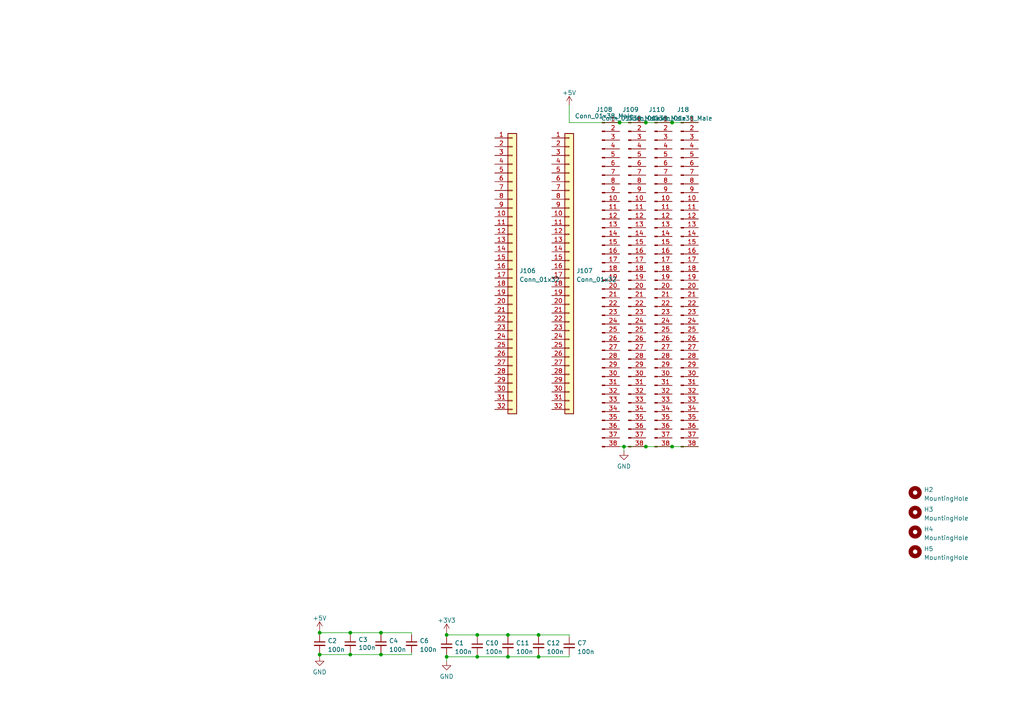
<source format=kicad_sch>
(kicad_sch (version 20230121) (generator eeschema)
  (paper "A4")
  (title_block (title "Unicomp v2 - RAMROM Board") (date "2023-02-03") (rev "v2.0") (company "100% Offner") (comment 1 "v2.0: Redesign with SRAM for Address Select"))
  (lib_symbols
    (symbol "Connector:Conn_01x38_Male" (pin_names (offset 1.016) hide)
      (property "Reference" "J" (at 0 48.26 0))
      (property "Value" "Conn_01x38_Male" (at 0 -50.8 0))
      (symbol "Conn_01x38_Male_1_1"
        (polyline (pts (xy 1.27 -48.26) (xy 0.8636 -48.26)) (stroke (width 0.1524)))
        (polyline (pts (xy 1.27 -45.72) (xy 0.8636 -45.72)) (stroke (width 0.1524)))
        (polyline (pts (xy 1.27 -43.18) (xy 0.8636 -43.18)) (stroke (width 0.1524)))
        (polyline (pts (xy 1.27 -40.64) (xy 0.8636 -40.64)) (stroke (width 0.1524)))
        (polyline (pts (xy 1.27 -38.1) (xy 0.8636 -38.1)) (stroke (width 0.1524)))
        (polyline (pts (xy 1.27 -35.56) (xy 0.8636 -35.56)) (stroke (width 0.1524)))
        (polyline (pts (xy 1.27 -33.02) (xy 0.8636 -33.02)) (stroke (width 0.1524)))
        (polyline (pts (xy 1.27 -30.48) (xy 0.8636 -30.48)) (stroke (width 0.1524)))
        (polyline (pts (xy 1.27 -27.94) (xy 0.8636 -27.94)) (stroke (width 0.1524)))
        (polyline (pts (xy 1.27 -25.4) (xy 0.8636 -25.4)) (stroke (width 0.1524)))
        (polyline (pts (xy 1.27 -22.86) (xy 0.8636 -22.86)) (stroke (width 0.1524)))
        (polyline (pts (xy 1.27 -20.32) (xy 0.8636 -20.32)) (stroke (width 0.1524)))
        (polyline (pts (xy 1.27 -17.78) (xy 0.8636 -17.78)) (stroke (width 0.1524)))
        (polyline (pts (xy 1.27 -15.24) (xy 0.8636 -15.24)) (stroke (width 0.1524)))
        (polyline (pts (xy 1.27 -12.7) (xy 0.8636 -12.7)) (stroke (width 0.1524)))
        (polyline (pts (xy 1.27 -10.16) (xy 0.8636 -10.16)) (stroke (width 0.1524)))
        (polyline (pts (xy 1.27 -7.62) (xy 0.8636 -7.62)) (stroke (width 0.1524)))
        (polyline (pts (xy 1.27 -5.08) (xy 0.8636 -5.08)) (stroke (width 0.1524)))
        (polyline (pts (xy 1.27 -2.54) (xy 0.8636 -2.54)) (stroke (width 0.1524)))
        (polyline (pts (xy 1.27 0) (xy 0.8636 0)) (stroke (width 0.1524)))
        (polyline (pts (xy 1.27 2.54) (xy 0.8636 2.54)) (stroke (width 0.1524)))
        (polyline (pts (xy 1.27 5.08) (xy 0.8636 5.08)) (stroke (width 0.1524)))
        (polyline (pts (xy 1.27 7.62) (xy 0.8636 7.62)) (stroke (width 0.1524)))
        (polyline (pts (xy 1.27 10.16) (xy 0.8636 10.16)) (stroke (width 0.1524)))
        (polyline (pts (xy 1.27 12.7) (xy 0.8636 12.7)) (stroke (width 0.1524)))
        (polyline (pts (xy 1.27 15.24) (xy 0.8636 15.24)) (stroke (width 0.1524)))
        (polyline (pts (xy 1.27 17.78) (xy 0.8636 17.78)) (stroke (width 0.1524)))
        (polyline (pts (xy 1.27 20.32) (xy 0.8636 20.32)) (stroke (width 0.1524)))
        (polyline (pts (xy 1.27 22.86) (xy 0.8636 22.86)) (stroke (width 0.1524)))
        (polyline (pts (xy 1.27 25.4) (xy 0.8636 25.4)) (stroke (width 0.1524)))
        (polyline (pts (xy 1.27 27.94) (xy 0.8636 27.94)) (stroke (width 0.1524)))
        (polyline (pts (xy 1.27 30.48) (xy 0.8636 30.48)) (stroke (width 0.1524)))
        (polyline (pts (xy 1.27 33.02) (xy 0.8636 33.02)) (stroke (width 0.1524)))
        (polyline (pts (xy 1.27 35.56) (xy 0.8636 35.56)) (stroke (width 0.1524)))
        (polyline (pts (xy 1.27 38.1) (xy 0.8636 38.1)) (stroke (width 0.1524)))
        (polyline (pts (xy 1.27 40.64) (xy 0.8636 40.64)) (stroke (width 0.1524)))
        (polyline (pts (xy 1.27 43.18) (xy 0.8636 43.18)) (stroke (width 0.1524)))
        (polyline (pts (xy 1.27 45.72) (xy 0.8636 45.72)) (stroke (width 0.1524)))
        (rectangle (start 0.8636 -48.133) (end 0 -48.387) (stroke (width 0.1524)) (fill (type outline)))
        (rectangle (start 0.8636 -45.593) (end 0 -45.847) (stroke (width 0.1524)) (fill (type outline)))
        (rectangle (start 0.8636 -43.053) (end 0 -43.307) (stroke (width 0.1524)) (fill (type outline)))
        (rectangle (start 0.8636 -40.513) (end 0 -40.767) (stroke (width 0.1524)) (fill (type outline)))
        (rectangle (start 0.8636 -37.973) (end 0 -38.227) (stroke (width 0.1524)) (fill (type outline)))
        (rectangle (start 0.8636 -35.433) (end 0 -35.687) (stroke (width 0.1524)) (fill (type outline)))
        (rectangle (start 0.8636 -32.893) (end 0 -33.147) (stroke (width 0.1524)) (fill (type outline)))
        (rectangle (start 0.8636 -30.353) (end 0 -30.607) (stroke (width 0.1524)) (fill (type outline)))
        (rectangle (start 0.8636 -27.813) (end 0 -28.067) (stroke (width 0.1524)) (fill (type outline)))
        (rectangle (start 0.8636 -25.273) (end 0 -25.527) (stroke (width 0.1524)) (fill (type outline)))
        (rectangle (start 0.8636 -22.733) (end 0 -22.987) (stroke (width 0.1524)) (fill (type outline)))
        (rectangle (start 0.8636 -20.193) (end 0 -20.447) (stroke (width 0.1524)) (fill (type outline)))
        (rectangle (start 0.8636 -17.653) (end 0 -17.907) (stroke (width 0.1524)) (fill (type outline)))
        (rectangle (start 0.8636 -15.113) (end 0 -15.367) (stroke (width 0.1524)) (fill (type outline)))
        (rectangle (start 0.8636 -12.573) (end 0 -12.827) (stroke (width 0.1524)) (fill (type outline)))
        (rectangle (start 0.8636 -10.033) (end 0 -10.287) (stroke (width 0.1524)) (fill (type outline)))
        (rectangle (start 0.8636 -7.493) (end 0 -7.747) (stroke (width 0.1524)) (fill (type outline)))
        (rectangle (start 0.8636 -4.953) (end 0 -5.207) (stroke (width 0.1524)) (fill (type outline)))
        (rectangle (start 0.8636 -2.413) (end 0 -2.667) (stroke (width 0.1524)) (fill (type outline)))
        (rectangle (start 0.8636 0.127) (end 0 -0.127) (stroke (width 0.1524)) (fill (type outline)))
        (rectangle (start 0.8636 2.667) (end 0 2.413) (stroke (width 0.1524)) (fill (type outline)))
        (rectangle (start 0.8636 5.207) (end 0 4.953) (stroke (width 0.1524)) (fill (type outline)))
        (rectangle (start 0.8636 7.747) (end 0 7.493) (stroke (width 0.1524)) (fill (type outline)))
        (rectangle (start 0.8636 10.287) (end 0 10.033) (stroke (width 0.1524)) (fill (type outline)))
        (rectangle (start 0.8636 12.827) (end 0 12.573) (stroke (width 0.1524)) (fill (type outline)))
        (rectangle (start 0.8636 15.367) (end 0 15.113) (stroke (width 0.1524)) (fill (type outline)))
        (rectangle (start 0.8636 17.907) (end 0 17.653) (stroke (width 0.1524)) (fill (type outline)))
        (rectangle (start 0.8636 20.447) (end 0 20.193) (stroke (width 0.1524)) (fill (type outline)))
        (rectangle (start 0.8636 22.987) (end 0 22.733) (stroke (width 0.1524)) (fill (type outline)))
        (rectangle (start 0.8636 25.527) (end 0 25.273) (stroke (width 0.1524)) (fill (type outline)))
        (rectangle (start 0.8636 28.067) (end 0 27.813) (stroke (width 0.1524)) (fill (type outline)))
        (rectangle (start 0.8636 30.607) (end 0 30.353) (stroke (width 0.1524)) (fill (type outline)))
        (rectangle (start 0.8636 33.147) (end 0 32.893) (stroke (width 0.1524)) (fill (type outline)))
        (rectangle (start 0.8636 35.687) (end 0 35.433) (stroke (width 0.1524)) (fill (type outline)))
        (rectangle (start 0.8636 38.227) (end 0 37.973) (stroke (width 0.1524)) (fill (type outline)))
        (rectangle (start 0.8636 40.767) (end 0 40.513) (stroke (width 0.1524)) (fill (type outline)))
        (rectangle (start 0.8636 43.307) (end 0 43.053) (stroke (width 0.1524)) (fill (type outline)))
        (rectangle (start 0.8636 45.847) (end 0 45.593) (stroke (width 0.1524)) (fill (type outline)))
        (pin passive line (at 5.08 45.72 180) (length 3.81) (name "Pin_1") (number "1"))
        (pin passive line (at 5.08 22.86 180) (length 3.81) (name "Pin_10") (number "10"))
        (pin passive line (at 5.08 20.32 180) (length 3.81) (name "Pin_11") (number "11"))
        (pin passive line (at 5.08 17.78 180) (length 3.81) (name "Pin_12") (number "12"))
        (pin passive line (at 5.08 15.24 180) (length 3.81) (name "Pin_13") (number "13"))
        (pin passive line (at 5.08 12.7 180) (length 3.81) (name "Pin_14") (number "14"))
        (pin passive line (at 5.08 10.16 180) (length 3.81) (name "Pin_15") (number "15"))
        (pin passive line (at 5.08 7.62 180) (length 3.81) (name "Pin_16") (number "16"))
        (pin passive line (at 5.08 5.08 180) (length 3.81) (name "Pin_17") (number "17"))
        (pin passive line (at 5.08 2.54 180) (length 3.81) (name "Pin_18") (number "18"))
        (pin passive line (at 5.08 0 180) (length 3.81) (name "Pin_19") (number "19"))
        (pin passive line (at 5.08 43.18 180) (length 3.81) (name "Pin_2") (number "2"))
        (pin passive line (at 5.08 -2.54 180) (length 3.81) (name "Pin_20") (number "20"))
        (pin passive line (at 5.08 -5.08 180) (length 3.81) (name "Pin_21") (number "21"))
        (pin passive line (at 5.08 -7.62 180) (length 3.81) (name "Pin_22") (number "22"))
        (pin passive line (at 5.08 -10.16 180) (length 3.81) (name "Pin_23") (number "23"))
        (pin passive line (at 5.08 -12.7 180) (length 3.81) (name "Pin_24") (number "24"))
        (pin passive line (at 5.08 -15.24 180) (length 3.81) (name "Pin_25") (number "25"))
        (pin passive line (at 5.08 -17.78 180) (length 3.81) (name "Pin_26") (number "26"))
        (pin passive line (at 5.08 -20.32 180) (length 3.81) (name "Pin_27") (number "27"))
        (pin passive line (at 5.08 -22.86 180) (length 3.81) (name "Pin_28") (number "28"))
        (pin passive line (at 5.08 -25.4 180) (length 3.81) (name "Pin_29") (number "29"))
        (pin passive line (at 5.08 40.64 180) (length 3.81) (name "Pin_3") (number "3"))
        (pin passive line (at 5.08 -27.94 180) (length 3.81) (name "Pin_30") (number "30"))
        (pin passive line (at 5.08 -30.48 180) (length 3.81) (name "Pin_31") (number "31"))
        (pin passive line (at 5.08 -33.02 180) (length 3.81) (name "Pin_32") (number "32"))
        (pin passive line (at 5.08 -35.56 180) (length 3.81) (name "Pin_33") (number "33"))
        (pin passive line (at 5.08 -38.1 180) (length 3.81) (name "Pin_34") (number "34"))
        (pin passive line (at 5.08 -40.64 180) (length 3.81) (name "Pin_35") (number "35"))
        (pin passive line (at 5.08 -43.18 180) (length 3.81) (name "Pin_36") (number "36"))
        (pin passive line (at 5.08 -45.72 180) (length 3.81) (name "Pin_37") (number "37"))
        (pin passive line (at 5.08 -48.26 180) (length 3.81) (name "Pin_38") (number "38"))
        (pin passive line (at 5.08 38.1 180) (length 3.81) (name "Pin_4") (number "4"))
        (pin passive line (at 5.08 35.56 180) (length 3.81) (name "Pin_5") (number "5"))
        (pin passive line (at 5.08 33.02 180) (length 3.81) (name "Pin_6") (number "6"))
        (pin passive line (at 5.08 30.48 180) (length 3.81) (name "Pin_7") (number "7"))
        (pin passive line (at 5.08 27.94 180) (length 3.81) (name "Pin_8") (number "8"))
        (pin passive line (at 5.08 25.4 180) (length 3.81) (name "Pin_9") (number "9"))
      )
    )
    (symbol "Connector_Generic:Conn_01x32" (pin_names (offset 1.016) hide)
      (property "Reference" "J" (at 0 40.64 0))
      (property "Value" "Conn_01x32" (at 0 -43.18 0))
      (symbol "Conn_01x32_1_1"
        (rectangle (start -1.27 -40.513) (end 0 -40.767) (stroke (width 0.1524)))
        (rectangle (start -1.27 -37.973) (end 0 -38.227) (stroke (width 0.1524)))
        (rectangle (start -1.27 -35.433) (end 0 -35.687) (stroke (width 0.1524)))
        (rectangle (start -1.27 -32.893) (end 0 -33.147) (stroke (width 0.1524)))
        (rectangle (start -1.27 -30.353) (end 0 -30.607) (stroke (width 0.1524)))
        (rectangle (start -1.27 -27.813) (end 0 -28.067) (stroke (width 0.1524)))
        (rectangle (start -1.27 -25.273) (end 0 -25.527) (stroke (width 0.1524)))
        (rectangle (start -1.27 -22.733) (end 0 -22.987) (stroke (width 0.1524)))
        (rectangle (start -1.27 -20.193) (end 0 -20.447) (stroke (width 0.1524)))
        (rectangle (start -1.27 -17.653) (end 0 -17.907) (stroke (width 0.1524)))
        (rectangle (start -1.27 -15.113) (end 0 -15.367) (stroke (width 0.1524)))
        (rectangle (start -1.27 -12.573) (end 0 -12.827) (stroke (width 0.1524)))
        (rectangle (start -1.27 -10.033) (end 0 -10.287) (stroke (width 0.1524)))
        (rectangle (start -1.27 -7.493) (end 0 -7.747) (stroke (width 0.1524)))
        (rectangle (start -1.27 -4.953) (end 0 -5.207) (stroke (width 0.1524)))
        (rectangle (start -1.27 -2.413) (end 0 -2.667) (stroke (width 0.1524)))
        (rectangle (start -1.27 0.127) (end 0 -0.127) (stroke (width 0.1524)))
        (rectangle (start -1.27 2.667) (end 0 2.413) (stroke (width 0.1524)))
        (rectangle (start -1.27 5.207) (end 0 4.953) (stroke (width 0.1524)))
        (rectangle (start -1.27 7.747) (end 0 7.493) (stroke (width 0.1524)))
        (rectangle (start -1.27 10.287) (end 0 10.033) (stroke (width 0.1524)))
        (rectangle (start -1.27 12.827) (end 0 12.573) (stroke (width 0.1524)))
        (rectangle (start -1.27 15.367) (end 0 15.113) (stroke (width 0.1524)))
        (rectangle (start -1.27 17.907) (end 0 17.653) (stroke (width 0.1524)))
        (rectangle (start -1.27 20.447) (end 0 20.193) (stroke (width 0.1524)))
        (rectangle (start -1.27 22.987) (end 0 22.733) (stroke (width 0.1524)))
        (rectangle (start -1.27 25.527) (end 0 25.273) (stroke (width 0.1524)))
        (rectangle (start -1.27 28.067) (end 0 27.813) (stroke (width 0.1524)))
        (rectangle (start -1.27 30.607) (end 0 30.353) (stroke (width 0.1524)))
        (rectangle (start -1.27 33.147) (end 0 32.893) (stroke (width 0.1524)))
        (rectangle (start -1.27 35.687) (end 0 35.433) (stroke (width 0.1524)))
        (rectangle (start -1.27 38.227) (end 0 37.973) (stroke (width 0.1524)))
        (rectangle (start -1.27 39.37) (end 1.27 -41.91) (stroke (width 0.254)) (fill (type background)))
        (pin passive line (at -5.08 38.1 0) (length 3.81) (name "Pin_1") (number "1"))
        (pin passive line (at -5.08 15.24 0) (length 3.81) (name "Pin_10") (number "10"))
        (pin passive line (at -5.08 12.7 0) (length 3.81) (name "Pin_11") (number "11"))
        (pin passive line (at -5.08 10.16 0) (length 3.81) (name "Pin_12") (number "12"))
        (pin passive line (at -5.08 7.62 0) (length 3.81) (name "Pin_13") (number "13"))
        (pin passive line (at -5.08 5.08 0) (length 3.81) (name "Pin_14") (number "14"))
        (pin passive line (at -5.08 2.54 0) (length 3.81) (name "Pin_15") (number "15"))
        (pin passive line (at -5.08 0 0) (length 3.81) (name "Pin_16") (number "16"))
        (pin passive line (at -5.08 -2.54 0) (length 3.81) (name "Pin_17") (number "17"))
        (pin passive line (at -5.08 -5.08 0) (length 3.81) (name "Pin_18") (number "18"))
        (pin passive line (at -5.08 -7.62 0) (length 3.81) (name "Pin_19") (number "19"))
        (pin passive line (at -5.08 35.56 0) (length 3.81) (name "Pin_2") (number "2"))
        (pin passive line (at -5.08 -10.16 0) (length 3.81) (name "Pin_20") (number "20"))
        (pin passive line (at -5.08 -12.7 0) (length 3.81) (name "Pin_21") (number "21"))
        (pin passive line (at -5.08 -15.24 0) (length 3.81) (name "Pin_22") (number "22"))
        (pin passive line (at -5.08 -17.78 0) (length 3.81) (name "Pin_23") (number "23"))
        (pin passive line (at -5.08 -20.32 0) (length 3.81) (name "Pin_24") (number "24"))
        (pin passive line (at -5.08 -22.86 0) (length 3.81) (name "Pin_25") (number "25"))
        (pin passive line (at -5.08 -25.4 0) (length 3.81) (name "Pin_26") (number "26"))
        (pin passive line (at -5.08 -27.94 0) (length 3.81) (name "Pin_27") (number "27"))
        (pin passive line (at -5.08 -30.48 0) (length 3.81) (name "Pin_28") (number "28"))
        (pin passive line (at -5.08 -33.02 0) (length 3.81) (name "Pin_29") (number "29"))
        (pin passive line (at -5.08 33.02 0) (length 3.81) (name "Pin_3") (number "3"))
        (pin passive line (at -5.08 -35.56 0) (length 3.81) (name "Pin_30") (number "30"))
        (pin passive line (at -5.08 -38.1 0) (length 3.81) (name "Pin_31") (number "31"))
        (pin passive line (at -5.08 -40.64 0) (length 3.81) (name "Pin_32") (number "32"))
        (pin passive line (at -5.08 30.48 0) (length 3.81) (name "Pin_4") (number "4"))
        (pin passive line (at -5.08 27.94 0) (length 3.81) (name "Pin_5") (number "5"))
        (pin passive line (at -5.08 25.4 0) (length 3.81) (name "Pin_6") (number "6"))
        (pin passive line (at -5.08 22.86 0) (length 3.81) (name "Pin_7") (number "7"))
        (pin passive line (at -5.08 20.32 0) (length 3.81) (name "Pin_8") (number "8"))
        (pin passive line (at -5.08 17.78 0) (length 3.81) (name "Pin_9") (number "9"))
      )
    )
    (symbol "Device:C_Small" (pin_numbers hide) (pin_names (offset 0.254) hide)
      (property "Reference" "C" (at 0.254 1.778 0))
      (property "Value" "C_Small" (at 0.254 -2.032 0))
      (symbol "C_Small_0_1"
        (polyline (pts (xy -1.524 -0.508) (xy 1.524 -0.508)) (stroke (width 0.3302)))
        (polyline (pts (xy -1.524 0.508) (xy 1.524 0.508)) (stroke (width 0.3048)))
      )
      (symbol "C_Small_1_1"
        (pin passive line (at 0 2.54 270) (length 2.032) (name "~") (number "1"))
        (pin passive line (at 0 -2.54 90) (length 2.032) (name "~") (number "2"))
      )
    )
    (symbol "Mechanical:MountingHole" (pin_names (offset 1.016))
      (property "Reference" "H" (at 0 5.08 0))
      (property "Value" "MountingHole" (at 0 3.175 0))
      (symbol "MountingHole_0_1"
        (circle (center 0 0) (radius 1.27) (stroke (width 1.27)))
      )
    )
    (symbol "power:+3V3" (power) (pin_names (offset 0))
      (property "Value" "+3V3" (at 0 3.556 0))
      (symbol "+3V3_0_1"
        (polyline (pts (xy -0.762 1.27) (xy 0 2.54)))
        (polyline (pts (xy 0 0) (xy 0 2.54)))
        (polyline (pts (xy 0 2.54) (xy 0.762 1.27)))
      )
      (symbol "+3V3_1_1"
        (pin power_in line (at 0 0 90) (length 0) hide (name "+3V3") (number "1"))
      )
    )
    (symbol "power:+5V" (power) (pin_names (offset 0))
      (property "Value" "+5V" (at 0 3.556 0))
      (symbol "+5V_0_1"
        (polyline (pts (xy -0.762 1.27) (xy 0 2.54)))
        (polyline (pts (xy 0 0) (xy 0 2.54)))
        (polyline (pts (xy 0 2.54) (xy 0.762 1.27)))
      )
      (symbol "+5V_1_1"
        (pin power_in line (at 0 0 90) (length 0) hide (name "+5V") (number "1"))
      )
    )
    (symbol "power:GND" (power) (pin_names (offset 0))
      (property "Value" "GND" (at 0 -3.81 0))
      (symbol "GND_0_1"
        (polyline (pts (xy 0 0) (xy 0 -1.27) (xy 1.27 -1.27) (xy 0 -2.54) (xy -1.27 -1.27) (xy 0 -1.27)))
      )
      (symbol "GND_1_1"
        (pin power_in line (at 0 0 270) (length 0) hide (name "GND") (number "1"))
      )
    )
  )
  (junction (at 187.325 129.54))
  (junction (at 194.945 129.54))
  (junction (at 110.49 189.865))
  (junction (at 92.71 189.865))
  (junction (at 179.705 35.56))
  (junction (at 129.54 184.15))
  (junction (at 92.71 183.515))
  (junction (at 129.54 190.5))
  (junction (at 156.21 184.15))
  (junction (at 156.21 190.5))
  (junction (at 110.49 183.515))
  (junction (at 101.6 183.515))
  (junction (at 138.43 184.15))
  (junction (at 187.325 35.56))
  (junction (at 138.43 190.5))
  (junction (at 147.32 184.15))
  (junction (at 147.32 190.5))
  (junction (at 194.945 35.56))
  (junction (at 180.975 129.54))
  (junction (at 101.6 189.865))
  (wire (pts (xy 138.43 189.865) (xy 138.43 190.5)))
  (wire (pts (xy 165.1 30.48) (xy 165.1 35.56)))
  (wire (pts (xy 147.32 189.865) (xy 147.32 190.5)))
  (wire (pts (xy 129.54 190.5) (xy 129.54 191.77)))
  (wire (pts (xy 92.71 182.88) (xy 92.71 183.515)))
  (wire (pts (xy 165.1 189.865) (xy 165.1 190.5)))
  (wire (pts (xy 101.6 189.865) (xy 110.49 189.865)))
  (wire (pts (xy 165.1 35.56) (xy 179.705 35.56)))
  (wire (pts (xy 194.945 129.54) (xy 202.565 129.54)))
  (wire (pts (xy 129.54 184.15) (xy 138.43 184.15)))
  (wire (pts (xy 138.43 184.15) (xy 147.32 184.15)))
  (wire (pts (xy 110.49 189.23) (xy 110.49 189.865)))
  (wire (pts (xy 119.38 189.23) (xy 119.38 189.865)))
  (wire (pts (xy 187.325 129.54) (xy 194.945 129.54)))
  (wire (pts (xy 147.32 184.15) (xy 156.21 184.15)))
  (wire (pts (xy 156.21 190.5) (xy 165.1 190.5)))
  (wire (pts (xy 129.54 184.15) (xy 129.54 184.785)))
  (wire (pts (xy 129.54 190.5) (xy 138.43 190.5)))
  (wire (pts (xy 101.6 189.23) (xy 101.6 189.865)))
  (wire (pts (xy 179.705 35.56) (xy 187.325 35.56)))
  (wire (pts (xy 187.325 35.56) (xy 194.945 35.56)))
  (wire (pts (xy 156.21 189.865) (xy 156.21 190.5)))
  (wire (pts (xy 110.49 189.865) (xy 119.38 189.865)))
  (wire (pts (xy 92.71 183.515) (xy 92.71 184.15)))
  (wire (pts (xy 119.38 183.515) (xy 119.38 184.15)))
  (wire (pts (xy 129.54 189.865) (xy 129.54 190.5)))
  (wire (pts (xy 156.21 184.15) (xy 156.21 184.785)))
  (wire (pts (xy 92.71 189.865) (xy 101.6 189.865)))
  (wire (pts (xy 101.6 184.15) (xy 101.6 183.515)))
  (wire (pts (xy 180.975 129.54) (xy 180.975 130.81)))
  (wire (pts (xy 138.43 190.5) (xy 147.32 190.5)))
  (wire (pts (xy 147.32 190.5) (xy 156.21 190.5)))
  (wire (pts (xy 147.32 184.15) (xy 147.32 184.785)))
  (wire (pts (xy 156.21 184.15) (xy 165.1 184.15)))
  (wire (pts (xy 165.1 184.15) (xy 165.1 184.785)))
  (wire (pts (xy 138.43 184.15) (xy 138.43 184.785)))
  (wire (pts (xy 101.6 183.515) (xy 110.49 183.515)))
  (wire (pts (xy 194.945 35.56) (xy 202.565 35.56)))
  (wire (pts (xy 92.71 183.515) (xy 101.6 183.515)))
  (wire (pts (xy 129.54 183.515) (xy 129.54 184.15)))
  (wire (pts (xy 110.49 183.515) (xy 110.49 184.15)))
  (wire (pts (xy 92.71 189.865) (xy 92.71 189.23)))
  (wire (pts (xy 180.975 129.54) (xy 187.325 129.54)))
  (wire (pts (xy 179.705 129.54) (xy 180.975 129.54)))
  (wire (pts (xy 110.49 183.515) (xy 119.38 183.515)))
  (wire (pts (xy 92.71 190.5) (xy 92.71 189.865)))
  (symbol (lib_id "Device:C_Small") (at 129.54 187.325 0) (unit 1)
    (property "Reference" "C1" (at 131.8641 186.4966 0) (effects (justify left)))
    (property "Value" "100n" (at 131.8641 189.0335 0) (effects (justify left)))
    (property "Footprint" "Capacitor_SMD:C_1206_3216Metric" (effects hide))
  )
  (symbol (lib_id "Connector:Conn_01x38_Male") (at 197.485 81.28 0) (unit 1)
    (property "Reference" "J18" (at 198.12 31.784 0))
    (property "Value" "Conn_01x38_Male" (at 198.12 34.3209 0))
    (property "Footprint" "Connector_PinHeader_2.54mm:PinHeader_1x38_P2.54mm_Vertical" (effects hide))
  )
  (symbol (lib_id "power:+3V3") (at 129.54 183.515 0) (unit 1)
    (property "Reference" "#PWR0110" (effects hide))
    (property "Value" "+3V3" (at 129.54 179.9392 0))
  )
  (symbol (lib_id "Mechanical:MountingHole") (at 265.43 142.875 0) (unit 1)
    (property "Reference" "H2" (at 267.97 142.0403 0) (effects (justify left)))
    (property "Value" "MountingHole" (at 267.97 144.5772 0) (effects (justify left)))
    (property "Footprint" "MountingHole:MountingHole_3.2mm_M3" (effects hide))
  )
  (symbol (lib_id "Mechanical:MountingHole") (at 265.43 148.59 0) (unit 1)
    (property "Reference" "H3" (at 267.97 147.7553 0) (effects (justify left)))
    (property "Value" "MountingHole" (at 267.97 150.2922 0) (effects (justify left)))
    (property "Footprint" "MountingHole:MountingHole_3.2mm_M3" (effects hide))
  )
  (symbol (lib_id "power:GND") (at 92.71 190.5 0) (unit 1)
    (property "Reference" "#PWR029" (effects hide))
    (property "Value" "GND" (at 92.71 194.9434 0))
  )
  (symbol (lib_id "Device:C_Small") (at 119.38 186.69 0) (unit 1)
    (property "Reference" "C6" (at 121.7041 185.8616 0) (effects (justify left)))
    (property "Value" "100n" (at 121.7041 188.3985 0) (effects (justify left)))
    (property "Footprint" "Capacitor_SMD:C_1206_3216Metric" (effects hide))
  )
  (symbol (lib_id "Device:C_Small") (at 110.49 186.69 0) (unit 1)
    (property "Reference" "C4" (at 112.8141 185.8616 0) (effects (justify left)))
    (property "Value" "100n" (at 112.8141 188.3985 0) (effects (justify left)))
    (property "Footprint" "Capacitor_SMD:C_1206_3216Metric" (effects hide))
  )
  (symbol (lib_id "Connector:Conn_01x38_Male") (at 182.245 81.28 0) (unit 1)
    (property "Reference" "J109" (at 182.88 31.784 0))
    (property "Value" "Conn_01x38_Male" (at 182.88 34.3209 0))
    (property "Footprint" "Connector_PinHeader_2.54mm:PinHeader_1x38_P2.54mm_Vertical" (effects hide))
  )
  (symbol (lib_id "Device:C_Small") (at 165.1 187.325 0) (unit 1)
    (property "Reference" "C7" (at 167.4241 186.4966 0) (effects (justify left)))
    (property "Value" "100n" (at 167.4241 189.0335 0) (effects (justify left)))
    (property "Footprint" "Capacitor_SMD:C_1206_3216Metric" (effects hide))
  )
  (symbol (lib_id "power:GND") (at 129.54 191.77 0) (unit 1)
    (property "Reference" "#PWR0122" (effects hide))
    (property "Value" "GND" (at 129.54 196.2134 0))
  )
  (symbol (lib_id "Mechanical:MountingHole") (at 265.43 160.02 0) (unit 1)
    (property "Reference" "H5" (at 267.97 159.1853 0) (effects (justify left)))
    (property "Value" "MountingHole" (at 267.97 161.7222 0) (effects (justify left)))
    (property "Footprint" "MountingHole:MountingHole_3.2mm_M3" (effects hide))
  )
  (symbol (lib_id "Mechanical:MountingHole") (at 265.43 154.305 0) (unit 1)
    (property "Reference" "H4" (at 267.97 153.4703 0) (effects (justify left)))
    (property "Value" "MountingHole" (at 267.97 156.0072 0) (effects (justify left)))
    (property "Footprint" "MountingHole:MountingHole_3.2mm_M3" (effects hide))
  )
  (symbol (lib_id "Connector_Generic:Conn_01x32") (at 148.59 78.105 0) (unit 1)
    (property "Reference" "J106" (at 150.622 78.5403 0) (effects (justify left)))
    (property "Value" "Conn_01x32" (at 150.622 81.0772 0) (effects (justify left)))
    (property "Footprint" "Connector_PinHeader_2.54mm:PinHeader_1x32_P2.54mm_Vertical" (effects hide))
  )
  (symbol (lib_id "Connector_Generic:Conn_01x32") (at 165.1 78.105 0) (unit 1)
    (property "Reference" "J107" (at 167.132 78.5403 0) (effects (justify left)))
    (property "Value" "Conn_01x32" (at 167.132 81.0772 0) (effects (justify left)))
    (property "Footprint" "Connector_PinHeader_2.54mm:PinHeader_1x32_P2.54mm_Vertical" (effects hide))
  )
  (symbol (lib_id "power:+5V") (at 92.71 182.88 0) (unit 1)
    (property "Reference" "#PWR027" (effects hide))
    (property "Value" "+5V" (at 92.71 179.3042 0))
  )
  (symbol (lib_id "Device:C_Small") (at 156.21 187.325 0) (unit 1)
    (property "Reference" "C12" (at 158.5341 186.4966 0) (effects (justify left)))
    (property "Value" "100n" (at 158.5341 189.0335 0) (effects (justify left)))
    (property "Footprint" "Capacitor_SMD:C_1206_3216Metric" (effects hide))
  )
  (symbol (lib_id "Device:C_Small") (at 147.32 187.325 0) (unit 1)
    (property "Reference" "C11" (at 149.6441 186.4966 0) (effects (justify left)))
    (property "Value" "100n" (at 149.6441 189.0335 0) (effects (justify left)))
    (property "Footprint" "Capacitor_SMD:C_1206_3216Metric" (effects hide))
  )
  (symbol (lib_id "Connector:Conn_01x38_Male") (at 174.625 81.28 0) (unit 1)
    (property "Reference" "J108" (at 175.26 31.784 0))
    (property "Value" "Conn_01x38_Male" (at 175.26 33.655 0))
    (property "Footprint" "Connector_PinHeader_2.54mm:PinHeader_1x38_P2.54mm_Vertical" (effects hide))
  )
  (symbol (lib_id "Connector:Conn_01x38_Male") (at 189.865 81.28 0) (unit 1)
    (property "Reference" "J110" (at 190.5 31.784 0))
    (property "Value" "Conn_01x38_Male" (at 190.5 34.3209 0))
    (property "Footprint" "Connector_PinHeader_2.54mm:PinHeader_1x38_P2.54mm_Vertical" (effects hide))
  )
  (symbol (lib_id "Device:C_Small") (at 138.43 187.325 0) (unit 1)
    (property "Reference" "C10" (at 140.7541 186.4966 0) (effects (justify left)))
    (property "Value" "100n" (at 140.7541 189.0335 0) (effects (justify left)))
    (property "Footprint" "Capacitor_SMD:C_1206_3216Metric" (effects hide))
  )
  (symbol (lib_id "Device:C_Small") (at 92.71 186.69 0) (unit 1)
    (property "Reference" "C2" (at 95.0341 185.8616 0) (effects (justify left)))
    (property "Value" "100n" (at 95.0341 188.3985 0) (effects (justify left)))
    (property "Footprint" "Capacitor_SMD:C_1206_3216Metric" (effects hide))
  )
  (symbol (lib_id "power:+5V") (at 165.1 30.48 0) (unit 1)
    (property "Reference" "#PWR0132" (effects hide))
    (property "Value" "+5V" (at 165.1 26.9042 0))
  )
  (symbol (lib_id "power:GND") (at 180.975 130.81 0) (mirror y) (unit 1)
    (property "Reference" "#PWR0133" (effects hide))
    (property "Value" "GND" (at 180.975 135.2534 0))
  )
  (symbol (lib_id "Device:C_Small") (at 101.6 186.69 0) (unit 1)
    (property "Reference" "C3" (at 103.9368 185.5216 0) (effects (justify left)))
    (property "Value" "100n" (at 103.9368 187.833 0) (effects (justify left)))
    (property "Footprint" "Capacitor_SMD:C_1206_3216Metric_Pad1.33x1.80mm_HandSolder" (effects hide))
  )
)
</source>
